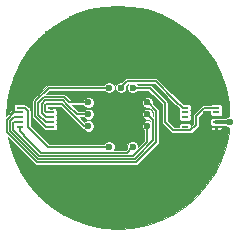
<source format=gbr>
G04 #@! TF.GenerationSoftware,KiCad,Pcbnew,5.0.2-bee76a0~70~ubuntu18.04.1*
G04 #@! TF.CreationDate,2019-07-03T17:50:11+02:00*
G04 #@! TF.ProjectId,upper_Sensor,75707065-725f-4536-956e-736f722e6b69,rev?*
G04 #@! TF.SameCoordinates,Original*
G04 #@! TF.FileFunction,Copper,L1,Top*
G04 #@! TF.FilePolarity,Positive*
%FSLAX46Y46*%
G04 Gerber Fmt 4.6, Leading zero omitted, Abs format (unit mm)*
G04 Created by KiCad (PCBNEW 5.0.2-bee76a0~70~ubuntu18.04.1) date Mi 03 Jul 2019 17:50:11 CEST*
%MOMM*%
%LPD*%
G01*
G04 APERTURE LIST*
G04 #@! TA.AperFunction,SMDPad,CuDef*
%ADD10R,0.630000X0.230000*%
G04 #@! TD*
G04 #@! TA.AperFunction,ViaPad*
%ADD11C,0.600000*%
G04 #@! TD*
G04 #@! TA.AperFunction,Conductor*
%ADD12C,0.130000*%
G04 #@! TD*
G04 #@! TA.AperFunction,Conductor*
%ADD13C,0.300000*%
G04 #@! TD*
G04 #@! TA.AperFunction,Conductor*
%ADD14C,0.100000*%
G04 #@! TD*
G04 APERTURE END LIST*
D10*
G04 #@! TO.P,J12,10*
G04 #@! TO.N,GNDD*
X104325000Y-79200000D03*
G04 #@! TO.P,J12,9*
G04 #@! TO.N,N/C*
X101675000Y-79200000D03*
G04 #@! TO.P,J12,8*
G04 #@! TO.N,REFFET1_D2*
X104325000Y-79600000D03*
G04 #@! TO.P,J12,7*
G04 #@! TO.N,ISFET1_D4*
X101675000Y-79600000D03*
G04 #@! TO.P,J12,6*
G04 #@! TO.N,REFFET1_D3*
X104325000Y-80000000D03*
G04 #@! TO.P,J12,5*
G04 #@! TO.N,ISFET1_D3*
X101675000Y-80000000D03*
G04 #@! TO.P,J12,4*
G04 #@! TO.N,REFFET1_D4*
X104325000Y-80400000D03*
G04 #@! TO.P,J12,3*
G04 #@! TO.N,ISFET1_D2*
X101675000Y-80400000D03*
G04 #@! TO.P,J12,2*
G04 #@! TO.N,N/C*
X104325000Y-80800000D03*
G04 #@! TO.P,J12,1*
G04 #@! TO.N,ISFET1_D1*
X101675000Y-80800000D03*
G04 #@! TD*
G04 #@! TO.P,J11,10*
G04 #@! TO.N,O2_ELEC1*
X118325000Y-79200000D03*
G04 #@! TO.P,J11,9*
G04 #@! TO.N,ELEC1*
X115675000Y-79200000D03*
G04 #@! TO.P,J11,8*
G04 #@! TO.N,Net-(J11-Pad8)*
X118325000Y-79600000D03*
G04 #@! TO.P,J11,7*
G04 #@! TO.N,Net-(J11-Pad7)*
X115675000Y-79600000D03*
G04 #@! TO.P,J11,6*
G04 #@! TO.N,GNDD*
X118325000Y-80000000D03*
G04 #@! TO.P,J11,5*
G04 #@! TO.N,Net-(J11-Pad5)*
X115675000Y-80000000D03*
G04 #@! TO.P,J11,4*
G04 #@! TO.N,RF_ANT*
X118325000Y-80400000D03*
G04 #@! TO.P,J11,3*
G04 #@! TO.N,GNDD*
X115675000Y-80400000D03*
G04 #@! TO.P,J11,2*
X118325000Y-80800000D03*
G04 #@! TO.P,J11,1*
G04 #@! TO.N,Net-(J11-Pad1)*
X115675000Y-80800000D03*
G04 #@! TD*
D11*
G04 #@! TO.N,*
X109250000Y-77500000D03*
X109250000Y-82500000D03*
G04 #@! TO.N,GNDD*
X110797475Y-89115181D03*
X111588881Y-89010990D03*
X112368194Y-88838220D03*
X113129484Y-88598186D03*
X115248224Y-87495240D03*
X115881506Y-87009305D03*
X116470026Y-86470025D03*
X114575000Y-87924131D03*
X113866957Y-88292715D03*
X117924130Y-84574999D03*
X118292714Y-83866956D03*
X118598185Y-83129483D03*
X117495239Y-85248223D03*
X117009305Y-85881505D03*
X118598183Y-76870516D03*
X118292712Y-76133044D03*
X117924128Y-75425001D03*
X118838217Y-77631806D03*
X119010987Y-78411119D03*
X117495237Y-74751777D03*
X115881504Y-72990696D03*
X115248222Y-72504762D03*
X116470024Y-73529975D03*
X117009303Y-74118495D03*
X114574998Y-72075871D03*
X112368193Y-71161782D03*
X111588880Y-70989012D03*
X113129483Y-71401816D03*
X113866955Y-71707287D03*
X110797474Y-70884822D03*
X108411119Y-70989014D03*
X107631806Y-71161784D03*
X109202524Y-70884823D03*
X109999999Y-70850004D03*
X106870516Y-71401818D03*
X104751778Y-72504764D03*
X104118496Y-72990698D03*
X105425002Y-72075873D03*
X106133044Y-71707289D03*
X102504763Y-74751779D03*
X103529976Y-73529977D03*
X102075872Y-75425003D03*
X102990697Y-74118497D03*
X101707288Y-76133046D03*
X102075875Y-84574997D03*
X101401820Y-83129483D03*
X102504766Y-85248221D03*
X101707291Y-83866955D03*
X102990700Y-85881503D03*
X104751781Y-87495236D03*
X103529979Y-86470023D03*
X105425005Y-87924127D03*
X104118499Y-87009302D03*
X106133047Y-88292710D03*
X106870519Y-88598181D03*
X107631808Y-88838215D03*
X108411121Y-89010984D03*
X109202526Y-89115174D03*
X118838219Y-82368193D03*
X119010989Y-81588880D03*
X119115178Y-79202524D03*
X101401817Y-76870518D03*
X101161783Y-77631808D03*
X100989014Y-78411121D03*
X100884824Y-79202526D03*
X110000000Y-89150000D03*
X118300000Y-81400000D03*
X117500000Y-80400000D03*
X117500000Y-80400000D03*
X117500000Y-80400000D03*
X117500000Y-81100000D03*
X118200000Y-78600000D03*
X116500000Y-79100000D03*
X114800000Y-80500000D03*
X105100000Y-79600000D03*
X106300000Y-80700000D03*
X117500025Y-79700025D03*
G04 #@! TO.N,REFFET1_D2*
X107500000Y-80750000D03*
G04 #@! TO.N,REFFET1_D3*
X107500000Y-79750000D03*
G04 #@! TO.N,REFFET1_D4*
X107500000Y-78750000D03*
G04 #@! TO.N,ISFET1_D4*
X112500000Y-78750000D03*
G04 #@! TO.N,ISFET1_D3*
X112500000Y-79750000D03*
G04 #@! TO.N,ISFET1_D2*
X112500000Y-80750000D03*
G04 #@! TO.N,ISFET1_D1*
X111250000Y-82500000D03*
G04 #@! TO.N,ELEC1*
X110250000Y-77500000D03*
G04 #@! TO.N,RF_ANT*
X119491760Y-80403700D03*
G04 #@! TO.N,O2_ELEC1*
X111250000Y-77500000D03*
G04 #@! TD*
D12*
G04 #@! TO.N,*
X104046980Y-82490000D02*
X109320000Y-82490000D01*
X102369620Y-80812640D02*
X104046980Y-82490000D01*
X102369620Y-79449620D02*
X102369620Y-80812640D01*
X101675000Y-79200000D02*
X102120000Y-79200000D01*
X102120000Y-79200000D02*
X102369620Y-79449620D01*
X104153180Y-77500000D02*
X109260000Y-77500000D01*
X102999540Y-78653640D02*
X104153180Y-77500000D01*
X104325000Y-80800000D02*
X103880000Y-80800000D01*
X102999540Y-79919540D02*
X102999540Y-78653640D01*
X103880000Y-80800000D02*
X102999540Y-79919540D01*
G04 #@! TO.N,REFFET1_D2*
X107520000Y-80760000D02*
X107530000Y-80770000D01*
X103943998Y-79600000D02*
X103814999Y-79471001D01*
X103814999Y-79471001D02*
X103814999Y-78973561D01*
X104325000Y-79600000D02*
X103943998Y-79600000D01*
X107173460Y-80760000D02*
X107520000Y-80760000D01*
X103814999Y-78973561D02*
X103934260Y-78854300D01*
X105267760Y-78854300D02*
X107173460Y-80760000D01*
X103934260Y-78854300D02*
X105267760Y-78854300D01*
G04 #@! TO.N,REFFET1_D3*
X103880000Y-80000000D02*
X103548180Y-79668180D01*
X104325000Y-80000000D02*
X103880000Y-80000000D01*
X103548180Y-78872671D02*
X103833251Y-78587600D01*
X103548180Y-79668180D02*
X103548180Y-78872671D01*
X105368769Y-78587600D02*
X105724369Y-78943200D01*
X103833251Y-78587600D02*
X105368769Y-78587600D01*
X105724369Y-78943200D02*
X105724369Y-78943201D01*
X105724369Y-78943201D02*
X106531168Y-79750000D01*
X106531168Y-79750000D02*
X107590000Y-79750000D01*
G04 #@! TO.N,REFFET1_D4*
X105898876Y-78750000D02*
X107490000Y-78750000D01*
X103880000Y-80400000D02*
X103273860Y-79793860D01*
X104325000Y-80400000D02*
X103880000Y-80400000D01*
X103273860Y-79793860D02*
X103273860Y-78762860D01*
X103273860Y-78762860D02*
X103715820Y-78320900D01*
X103715820Y-78320900D02*
X105469776Y-78320900D01*
X107490000Y-78750000D02*
X107520000Y-78720000D01*
X105469776Y-78320900D02*
X105898876Y-78750000D01*
G04 #@! TO.N,ISFET1_D4*
X100623710Y-80206290D02*
X100623710Y-81265779D01*
X100623710Y-81265779D02*
X103147951Y-83790020D01*
X103147951Y-83790020D02*
X111535401Y-83790020D01*
X111687711Y-83637709D02*
X113255012Y-82070407D01*
X101230000Y-79600000D02*
X100623710Y-80206290D01*
X113255011Y-79465011D02*
X112520000Y-78730000D01*
X113255012Y-82070407D02*
X113255011Y-79465011D01*
X101675000Y-79600000D02*
X101230000Y-79600000D01*
X111535401Y-83790020D02*
X111687711Y-83637709D01*
G04 #@! TO.N,ISFET1_D3*
X100883721Y-81157431D02*
X103256301Y-83530011D01*
X101675000Y-80000000D02*
X101230000Y-80000000D01*
X112995001Y-81962707D02*
X112995001Y-80205001D01*
X101230000Y-80000000D02*
X100883721Y-80346279D01*
X111580011Y-83377699D02*
X112995001Y-81962707D01*
X111427700Y-83530011D02*
X111580011Y-83377699D01*
X112995001Y-80205001D02*
X112500000Y-79710000D01*
X103256301Y-83530011D02*
X111427700Y-83530011D01*
X100883721Y-80346279D02*
X100883721Y-81157431D01*
G04 #@! TO.N,ISFET1_D2*
X112490000Y-82100000D02*
X112490000Y-80790000D01*
X101230000Y-80400000D02*
X101150420Y-80479580D01*
X101150420Y-81056422D02*
X103363998Y-83270000D01*
X101675000Y-80400000D02*
X101230000Y-80400000D01*
X101150420Y-80479580D02*
X101150420Y-81056422D01*
X103363998Y-83270000D02*
X111320000Y-83270000D01*
X111320000Y-83270000D02*
X112490000Y-82100000D01*
G04 #@! TO.N,ISFET1_D1*
X101675000Y-80800000D02*
X101675000Y-81187360D01*
X101675000Y-81187360D02*
X102034340Y-81546700D01*
X102034340Y-81546700D02*
X102034340Y-81572634D01*
X103456707Y-82995001D02*
X110754999Y-82995001D01*
X102034340Y-81572634D02*
X103456707Y-82995001D01*
X110754999Y-82995001D02*
X111240000Y-82510000D01*
G04 #@! TO.N,ELEC1*
X115675000Y-79200000D02*
X115475000Y-79200000D01*
X115475000Y-79200000D02*
X114867680Y-78592680D01*
X113245000Y-76970000D02*
X110740000Y-76970000D01*
X114867680Y-78592680D02*
X113245000Y-76970000D01*
X110740000Y-76970000D02*
X110230000Y-77480000D01*
D13*
G04 #@! TO.N,RF_ANT*
X118325000Y-80400000D02*
X119488060Y-80400000D01*
X119488060Y-80400000D02*
X119491760Y-80403700D01*
D12*
G04 #@! TO.N,O2_ELEC1*
X112690000Y-77500000D02*
X111280000Y-77500000D01*
X113960000Y-78770000D02*
X112690000Y-77500000D01*
X113960000Y-80392602D02*
X113960000Y-78770000D01*
X117300000Y-79200000D02*
X116600000Y-79900000D01*
X118325000Y-79200000D02*
X117300000Y-79200000D01*
X116600000Y-79900000D02*
X116600000Y-80656002D01*
X116600000Y-80656002D02*
X116146001Y-81110001D01*
X116146001Y-81110001D02*
X114677399Y-81110001D01*
X114677399Y-81110001D02*
X113960000Y-80392602D01*
G04 #@! TD*
D14*
G04 #@! TO.N,GNDD*
G36*
X111233460Y-70630953D02*
X112445808Y-70872104D01*
X113616320Y-71269438D01*
X114724952Y-71816156D01*
X115752728Y-72502893D01*
X116682083Y-73317917D01*
X117497107Y-74247272D01*
X118183844Y-75275048D01*
X118730562Y-76383680D01*
X119127896Y-77554192D01*
X119369047Y-78766540D01*
X119444892Y-79923700D01*
X119396282Y-79923700D01*
X119219862Y-79996775D01*
X119146637Y-80070000D01*
X118765000Y-80070000D01*
X118752500Y-80057500D01*
X118425000Y-80057500D01*
X118425000Y-80070000D01*
X118292498Y-80070000D01*
X118225000Y-80083426D01*
X118225000Y-80057500D01*
X117897500Y-80057500D01*
X117860000Y-80095000D01*
X117860000Y-80144837D01*
X117870398Y-80169940D01*
X117840444Y-80214768D01*
X117826474Y-80285000D01*
X117826474Y-80515000D01*
X117840444Y-80585232D01*
X117870398Y-80630060D01*
X117860000Y-80655163D01*
X117860000Y-80705000D01*
X117897500Y-80742500D01*
X118225000Y-80742500D01*
X118225000Y-80716574D01*
X118292498Y-80730000D01*
X118425000Y-80730000D01*
X118425000Y-80742500D01*
X118752500Y-80742500D01*
X118765000Y-80730000D01*
X119139237Y-80730000D01*
X119219862Y-80810625D01*
X119392086Y-80881962D01*
X119369047Y-81233460D01*
X119127896Y-82445808D01*
X118730562Y-83616320D01*
X118183844Y-84724952D01*
X117497107Y-85752728D01*
X116682083Y-86682083D01*
X115752728Y-87497107D01*
X114724952Y-88183844D01*
X113616320Y-88730562D01*
X112445808Y-89127896D01*
X111233460Y-89369047D01*
X110000000Y-89449893D01*
X108766540Y-89369047D01*
X107554192Y-89127896D01*
X106383680Y-88730562D01*
X105275048Y-88183844D01*
X104247272Y-87497107D01*
X103317917Y-86682083D01*
X102502893Y-85752728D01*
X101816156Y-84724952D01*
X101269438Y-83616320D01*
X100872104Y-82445808D01*
X100726809Y-81715359D01*
X102957648Y-83946199D01*
X102971316Y-83966655D01*
X103051859Y-84020471D01*
X103052357Y-84020804D01*
X103147951Y-84039819D01*
X103172077Y-84035020D01*
X111511275Y-84035020D01*
X111535401Y-84039819D01*
X111559526Y-84035020D01*
X111559527Y-84035020D01*
X111630995Y-84020804D01*
X111712036Y-83966655D01*
X111725705Y-83946198D01*
X111878012Y-83793889D01*
X113411194Y-82260707D01*
X113431647Y-82247041D01*
X113466023Y-82195593D01*
X113485796Y-82166001D01*
X113504811Y-82070407D01*
X113500012Y-82046281D01*
X113500010Y-79489142D01*
X113504810Y-79465011D01*
X113485795Y-79369417D01*
X113445312Y-79308829D01*
X113445309Y-79308826D01*
X113431645Y-79288376D01*
X113411195Y-79274712D01*
X112980000Y-78843518D01*
X112980000Y-78654522D01*
X112906925Y-78478102D01*
X112771898Y-78343075D01*
X112595478Y-78270000D01*
X112404522Y-78270000D01*
X112228102Y-78343075D01*
X112093075Y-78478102D01*
X112020000Y-78654522D01*
X112020000Y-78845478D01*
X112093075Y-79021898D01*
X112228102Y-79156925D01*
X112404522Y-79230000D01*
X112595478Y-79230000D01*
X112650661Y-79207143D01*
X113010011Y-79566494D01*
X113010011Y-79873530D01*
X112980000Y-79843518D01*
X112980000Y-79654522D01*
X112906925Y-79478102D01*
X112771898Y-79343075D01*
X112595478Y-79270000D01*
X112404522Y-79270000D01*
X112228102Y-79343075D01*
X112093075Y-79478102D01*
X112020000Y-79654522D01*
X112020000Y-79845478D01*
X112093075Y-80021898D01*
X112228102Y-80156925D01*
X112404522Y-80230000D01*
X112595478Y-80230000D01*
X112650661Y-80207143D01*
X112750002Y-80306484D01*
X112750002Y-80334005D01*
X112595478Y-80270000D01*
X112404522Y-80270000D01*
X112228102Y-80343075D01*
X112093075Y-80478102D01*
X112020000Y-80654522D01*
X112020000Y-80845478D01*
X112093075Y-81021898D01*
X112228102Y-81156925D01*
X112245001Y-81163925D01*
X112245000Y-81998518D01*
X111730000Y-82513519D01*
X111730000Y-82404522D01*
X111656925Y-82228102D01*
X111521898Y-82093075D01*
X111345478Y-82020000D01*
X111154522Y-82020000D01*
X110978102Y-82093075D01*
X110843075Y-82228102D01*
X110770000Y-82404522D01*
X110770000Y-82595478D01*
X110781142Y-82622377D01*
X110653518Y-82750001D01*
X109665995Y-82750001D01*
X109730000Y-82595478D01*
X109730000Y-82404522D01*
X109656925Y-82228102D01*
X109521898Y-82093075D01*
X109345478Y-82020000D01*
X109154522Y-82020000D01*
X108978102Y-82093075D01*
X108843075Y-82228102D01*
X108836076Y-82245000D01*
X104148462Y-82245000D01*
X102614620Y-80711159D01*
X102614620Y-79473746D01*
X102619419Y-79449620D01*
X102600404Y-79354026D01*
X102593087Y-79343075D01*
X102546255Y-79272985D01*
X102525799Y-79259317D01*
X102310305Y-79043824D01*
X102296635Y-79023365D01*
X102215594Y-78969216D01*
X102144126Y-78955000D01*
X102120000Y-78950201D01*
X102114027Y-78951389D01*
X102060232Y-78915444D01*
X101990000Y-78901474D01*
X101360000Y-78901474D01*
X101289768Y-78915444D01*
X101230228Y-78955228D01*
X101190444Y-79014768D01*
X101176474Y-79085000D01*
X101176474Y-79315000D01*
X101185247Y-79359103D01*
X101134406Y-79369216D01*
X101053365Y-79423365D01*
X101039699Y-79443818D01*
X100554778Y-79928741D01*
X100630953Y-78766540D01*
X100653410Y-78653640D01*
X102749741Y-78653640D01*
X102754541Y-78677771D01*
X102754540Y-79895414D01*
X102749741Y-79919540D01*
X102754540Y-79943665D01*
X102768756Y-80015133D01*
X102822905Y-80096175D01*
X102843364Y-80109845D01*
X103689697Y-80956179D01*
X103703365Y-80976635D01*
X103784406Y-81030784D01*
X103855874Y-81045000D01*
X103879999Y-81049799D01*
X103885973Y-81048611D01*
X103939768Y-81084556D01*
X104010000Y-81098526D01*
X104640000Y-81098526D01*
X104710232Y-81084556D01*
X104769772Y-81044772D01*
X104809556Y-80985232D01*
X104823526Y-80915000D01*
X104823526Y-80685000D01*
X104809556Y-80614768D01*
X104799688Y-80600000D01*
X104809556Y-80585232D01*
X104823526Y-80515000D01*
X104823526Y-80285000D01*
X104809556Y-80214768D01*
X104799688Y-80200000D01*
X104809556Y-80185232D01*
X104823526Y-80115000D01*
X104823526Y-79885000D01*
X104809556Y-79814768D01*
X104799688Y-79800000D01*
X104809556Y-79785232D01*
X104823526Y-79715000D01*
X104823526Y-79485000D01*
X104809556Y-79414768D01*
X104779602Y-79369940D01*
X104790000Y-79344837D01*
X104790000Y-79295000D01*
X104752500Y-79257500D01*
X104425000Y-79257500D01*
X104425000Y-79301474D01*
X104225000Y-79301474D01*
X104225000Y-79257500D01*
X104205000Y-79257500D01*
X104205000Y-79142500D01*
X104225000Y-79142500D01*
X104225000Y-79099300D01*
X104425000Y-79099300D01*
X104425000Y-79142500D01*
X104752500Y-79142500D01*
X104790000Y-79105000D01*
X104790000Y-79099300D01*
X105166279Y-79099300D01*
X106983157Y-80916179D01*
X106996825Y-80936635D01*
X107069557Y-80985232D01*
X107077866Y-80990784D01*
X107080396Y-80991287D01*
X107093075Y-81021898D01*
X107228102Y-81156925D01*
X107404522Y-81230000D01*
X107595478Y-81230000D01*
X107771898Y-81156925D01*
X107906925Y-81021898D01*
X107980000Y-80845478D01*
X107980000Y-80654522D01*
X107906925Y-80478102D01*
X107771898Y-80343075D01*
X107595478Y-80270000D01*
X107404522Y-80270000D01*
X107228102Y-80343075D01*
X107165559Y-80405618D01*
X106754942Y-79995000D01*
X107081934Y-79995000D01*
X107093075Y-80021898D01*
X107228102Y-80156925D01*
X107404522Y-80230000D01*
X107595478Y-80230000D01*
X107771898Y-80156925D01*
X107906925Y-80021898D01*
X107980000Y-79845478D01*
X107980000Y-79654522D01*
X107906925Y-79478102D01*
X107771898Y-79343075D01*
X107595478Y-79270000D01*
X107404522Y-79270000D01*
X107228102Y-79343075D01*
X107093075Y-79478102D01*
X107081934Y-79505000D01*
X106632650Y-79505000D01*
X106122649Y-78995000D01*
X107081934Y-78995000D01*
X107093075Y-79021898D01*
X107228102Y-79156925D01*
X107404522Y-79230000D01*
X107595478Y-79230000D01*
X107771898Y-79156925D01*
X107906925Y-79021898D01*
X107980000Y-78845478D01*
X107980000Y-78654522D01*
X107906925Y-78478102D01*
X107771898Y-78343075D01*
X107595478Y-78270000D01*
X107404522Y-78270000D01*
X107228102Y-78343075D01*
X107093075Y-78478102D01*
X107081934Y-78505000D01*
X106000358Y-78505000D01*
X105660081Y-78164724D01*
X105646411Y-78144265D01*
X105565370Y-78090116D01*
X105493902Y-78075900D01*
X105469776Y-78071101D01*
X105445650Y-78075900D01*
X103923762Y-78075900D01*
X104254662Y-77745000D01*
X108831934Y-77745000D01*
X108843075Y-77771898D01*
X108978102Y-77906925D01*
X109154522Y-77980000D01*
X109345478Y-77980000D01*
X109521898Y-77906925D01*
X109656925Y-77771898D01*
X109730000Y-77595478D01*
X109730000Y-77404522D01*
X109770000Y-77404522D01*
X109770000Y-77595478D01*
X109843075Y-77771898D01*
X109978102Y-77906925D01*
X110154522Y-77980000D01*
X110345478Y-77980000D01*
X110521898Y-77906925D01*
X110656925Y-77771898D01*
X110730000Y-77595478D01*
X110730000Y-77404522D01*
X110707143Y-77349339D01*
X110841482Y-77215000D01*
X110856177Y-77215000D01*
X110843075Y-77228102D01*
X110770000Y-77404522D01*
X110770000Y-77595478D01*
X110843075Y-77771898D01*
X110978102Y-77906925D01*
X111154522Y-77980000D01*
X111345478Y-77980000D01*
X111521898Y-77906925D01*
X111656925Y-77771898D01*
X111668066Y-77745000D01*
X112588519Y-77745000D01*
X113715001Y-78871483D01*
X113715000Y-80368476D01*
X113710201Y-80392602D01*
X113722781Y-80455845D01*
X113729216Y-80488195D01*
X113783365Y-80569237D01*
X113803824Y-80582907D01*
X114487096Y-81266180D01*
X114500764Y-81286636D01*
X114581805Y-81340785D01*
X114653273Y-81355001D01*
X114677398Y-81359800D01*
X114701523Y-81355001D01*
X116121875Y-81355001D01*
X116146001Y-81359800D01*
X116170127Y-81355001D01*
X116241595Y-81340785D01*
X116322636Y-81286636D01*
X116336306Y-81266177D01*
X116707483Y-80895000D01*
X117860000Y-80895000D01*
X117860000Y-80944837D01*
X117882836Y-80999968D01*
X117925032Y-81042164D01*
X117980163Y-81065000D01*
X118187500Y-81065000D01*
X118225000Y-81027500D01*
X118225000Y-80857500D01*
X118425000Y-80857500D01*
X118425000Y-81027500D01*
X118462500Y-81065000D01*
X118669837Y-81065000D01*
X118724968Y-81042164D01*
X118767164Y-80999968D01*
X118790000Y-80944837D01*
X118790000Y-80895000D01*
X118752500Y-80857500D01*
X118425000Y-80857500D01*
X118225000Y-80857500D01*
X117897500Y-80857500D01*
X117860000Y-80895000D01*
X116707483Y-80895000D01*
X116756181Y-80846303D01*
X116776635Y-80832637D01*
X116830784Y-80751596D01*
X116845000Y-80680128D01*
X116849799Y-80656002D01*
X116845000Y-80631876D01*
X116845000Y-80001481D01*
X117401482Y-79445000D01*
X117834430Y-79445000D01*
X117826474Y-79485000D01*
X117826474Y-79715000D01*
X117840444Y-79785232D01*
X117870398Y-79830060D01*
X117860000Y-79855163D01*
X117860000Y-79905000D01*
X117897500Y-79942500D01*
X118225000Y-79942500D01*
X118225000Y-79898526D01*
X118425000Y-79898526D01*
X118425000Y-79942500D01*
X118752500Y-79942500D01*
X118790000Y-79905000D01*
X118790000Y-79855163D01*
X118779602Y-79830060D01*
X118809556Y-79785232D01*
X118823526Y-79715000D01*
X118823526Y-79485000D01*
X118809556Y-79414768D01*
X118799688Y-79400000D01*
X118809556Y-79385232D01*
X118823526Y-79315000D01*
X118823526Y-79085000D01*
X118809556Y-79014768D01*
X118769772Y-78955228D01*
X118710232Y-78915444D01*
X118640000Y-78901474D01*
X118010000Y-78901474D01*
X117939768Y-78915444D01*
X117880569Y-78955000D01*
X117324124Y-78955000D01*
X117299999Y-78950201D01*
X117275874Y-78955000D01*
X117204406Y-78969216D01*
X117123365Y-79023365D01*
X117109697Y-79043821D01*
X116443824Y-79709695D01*
X116423365Y-79723365D01*
X116382635Y-79784324D01*
X116369216Y-79804407D01*
X116350201Y-79900000D01*
X116355000Y-79924126D01*
X116355001Y-80554519D01*
X116173526Y-80735994D01*
X116173526Y-80685000D01*
X116159556Y-80614768D01*
X116129602Y-80569940D01*
X116140000Y-80544837D01*
X116140000Y-80495000D01*
X116102500Y-80457500D01*
X115775000Y-80457500D01*
X115775000Y-80501474D01*
X115575000Y-80501474D01*
X115575000Y-80457500D01*
X115247500Y-80457500D01*
X115210000Y-80495000D01*
X115210000Y-80544837D01*
X115220398Y-80569940D01*
X115190444Y-80614768D01*
X115176474Y-80685000D01*
X115176474Y-80865001D01*
X114778881Y-80865001D01*
X114205000Y-80291121D01*
X114205000Y-78794124D01*
X114209799Y-78769999D01*
X114202906Y-78735348D01*
X114190784Y-78674406D01*
X114136635Y-78593365D01*
X114116179Y-78579697D01*
X112880305Y-77343824D01*
X112866635Y-77323365D01*
X112785594Y-77269216D01*
X112714126Y-77255000D01*
X112690000Y-77250201D01*
X112665874Y-77255000D01*
X111668066Y-77255000D01*
X111656925Y-77228102D01*
X111643823Y-77215000D01*
X113143519Y-77215000D01*
X114711498Y-78782980D01*
X114711501Y-78782982D01*
X115176474Y-79247956D01*
X115176474Y-79315000D01*
X115190444Y-79385232D01*
X115200312Y-79400000D01*
X115190444Y-79414768D01*
X115176474Y-79485000D01*
X115176474Y-79715000D01*
X115190444Y-79785232D01*
X115200312Y-79800000D01*
X115190444Y-79814768D01*
X115176474Y-79885000D01*
X115176474Y-80115000D01*
X115190444Y-80185232D01*
X115220398Y-80230060D01*
X115210000Y-80255163D01*
X115210000Y-80305000D01*
X115247500Y-80342500D01*
X115575000Y-80342500D01*
X115575000Y-80298526D01*
X115775000Y-80298526D01*
X115775000Y-80342500D01*
X116102500Y-80342500D01*
X116140000Y-80305000D01*
X116140000Y-80255163D01*
X116129602Y-80230060D01*
X116159556Y-80185232D01*
X116173526Y-80115000D01*
X116173526Y-79885000D01*
X116159556Y-79814768D01*
X116149688Y-79800000D01*
X116159556Y-79785232D01*
X116173526Y-79715000D01*
X116173526Y-79485000D01*
X116159556Y-79414768D01*
X116149688Y-79400000D01*
X116159556Y-79385232D01*
X116173526Y-79315000D01*
X116173526Y-79085000D01*
X116159556Y-79014768D01*
X116119772Y-78955228D01*
X116060232Y-78915444D01*
X115990000Y-78901474D01*
X115522956Y-78901474D01*
X115057982Y-78436501D01*
X115057980Y-78436498D01*
X113435305Y-76813824D01*
X113421635Y-76793365D01*
X113340594Y-76739216D01*
X113269126Y-76725000D01*
X113245000Y-76720201D01*
X113220874Y-76725000D01*
X110764126Y-76725000D01*
X110740000Y-76720201D01*
X110715874Y-76725000D01*
X110644406Y-76739216D01*
X110563365Y-76793365D01*
X110549697Y-76813821D01*
X110343518Y-77020000D01*
X110154522Y-77020000D01*
X109978102Y-77093075D01*
X109843075Y-77228102D01*
X109770000Y-77404522D01*
X109730000Y-77404522D01*
X109656925Y-77228102D01*
X109521898Y-77093075D01*
X109345478Y-77020000D01*
X109154522Y-77020000D01*
X108978102Y-77093075D01*
X108843075Y-77228102D01*
X108831934Y-77255000D01*
X104177304Y-77255000D01*
X104153179Y-77250201D01*
X104129054Y-77255000D01*
X104057586Y-77269216D01*
X103976545Y-77323365D01*
X103962877Y-77343821D01*
X102843362Y-78463337D01*
X102822906Y-78477005D01*
X102798815Y-78513061D01*
X102768756Y-78558047D01*
X102749741Y-78653640D01*
X100653410Y-78653640D01*
X100872104Y-77554192D01*
X101269438Y-76383680D01*
X101816156Y-75275048D01*
X102502893Y-74247272D01*
X103317917Y-73317917D01*
X104247272Y-72502893D01*
X105275048Y-71816156D01*
X106383680Y-71269438D01*
X107554192Y-70872104D01*
X108766540Y-70630953D01*
X110000000Y-70550107D01*
X111233460Y-70630953D01*
X111233460Y-70630953D01*
G37*
X111233460Y-70630953D02*
X112445808Y-70872104D01*
X113616320Y-71269438D01*
X114724952Y-71816156D01*
X115752728Y-72502893D01*
X116682083Y-73317917D01*
X117497107Y-74247272D01*
X118183844Y-75275048D01*
X118730562Y-76383680D01*
X119127896Y-77554192D01*
X119369047Y-78766540D01*
X119444892Y-79923700D01*
X119396282Y-79923700D01*
X119219862Y-79996775D01*
X119146637Y-80070000D01*
X118765000Y-80070000D01*
X118752500Y-80057500D01*
X118425000Y-80057500D01*
X118425000Y-80070000D01*
X118292498Y-80070000D01*
X118225000Y-80083426D01*
X118225000Y-80057500D01*
X117897500Y-80057500D01*
X117860000Y-80095000D01*
X117860000Y-80144837D01*
X117870398Y-80169940D01*
X117840444Y-80214768D01*
X117826474Y-80285000D01*
X117826474Y-80515000D01*
X117840444Y-80585232D01*
X117870398Y-80630060D01*
X117860000Y-80655163D01*
X117860000Y-80705000D01*
X117897500Y-80742500D01*
X118225000Y-80742500D01*
X118225000Y-80716574D01*
X118292498Y-80730000D01*
X118425000Y-80730000D01*
X118425000Y-80742500D01*
X118752500Y-80742500D01*
X118765000Y-80730000D01*
X119139237Y-80730000D01*
X119219862Y-80810625D01*
X119392086Y-80881962D01*
X119369047Y-81233460D01*
X119127896Y-82445808D01*
X118730562Y-83616320D01*
X118183844Y-84724952D01*
X117497107Y-85752728D01*
X116682083Y-86682083D01*
X115752728Y-87497107D01*
X114724952Y-88183844D01*
X113616320Y-88730562D01*
X112445808Y-89127896D01*
X111233460Y-89369047D01*
X110000000Y-89449893D01*
X108766540Y-89369047D01*
X107554192Y-89127896D01*
X106383680Y-88730562D01*
X105275048Y-88183844D01*
X104247272Y-87497107D01*
X103317917Y-86682083D01*
X102502893Y-85752728D01*
X101816156Y-84724952D01*
X101269438Y-83616320D01*
X100872104Y-82445808D01*
X100726809Y-81715359D01*
X102957648Y-83946199D01*
X102971316Y-83966655D01*
X103051859Y-84020471D01*
X103052357Y-84020804D01*
X103147951Y-84039819D01*
X103172077Y-84035020D01*
X111511275Y-84035020D01*
X111535401Y-84039819D01*
X111559526Y-84035020D01*
X111559527Y-84035020D01*
X111630995Y-84020804D01*
X111712036Y-83966655D01*
X111725705Y-83946198D01*
X111878012Y-83793889D01*
X113411194Y-82260707D01*
X113431647Y-82247041D01*
X113466023Y-82195593D01*
X113485796Y-82166001D01*
X113504811Y-82070407D01*
X113500012Y-82046281D01*
X113500010Y-79489142D01*
X113504810Y-79465011D01*
X113485795Y-79369417D01*
X113445312Y-79308829D01*
X113445309Y-79308826D01*
X113431645Y-79288376D01*
X113411195Y-79274712D01*
X112980000Y-78843518D01*
X112980000Y-78654522D01*
X112906925Y-78478102D01*
X112771898Y-78343075D01*
X112595478Y-78270000D01*
X112404522Y-78270000D01*
X112228102Y-78343075D01*
X112093075Y-78478102D01*
X112020000Y-78654522D01*
X112020000Y-78845478D01*
X112093075Y-79021898D01*
X112228102Y-79156925D01*
X112404522Y-79230000D01*
X112595478Y-79230000D01*
X112650661Y-79207143D01*
X113010011Y-79566494D01*
X113010011Y-79873530D01*
X112980000Y-79843518D01*
X112980000Y-79654522D01*
X112906925Y-79478102D01*
X112771898Y-79343075D01*
X112595478Y-79270000D01*
X112404522Y-79270000D01*
X112228102Y-79343075D01*
X112093075Y-79478102D01*
X112020000Y-79654522D01*
X112020000Y-79845478D01*
X112093075Y-80021898D01*
X112228102Y-80156925D01*
X112404522Y-80230000D01*
X112595478Y-80230000D01*
X112650661Y-80207143D01*
X112750002Y-80306484D01*
X112750002Y-80334005D01*
X112595478Y-80270000D01*
X112404522Y-80270000D01*
X112228102Y-80343075D01*
X112093075Y-80478102D01*
X112020000Y-80654522D01*
X112020000Y-80845478D01*
X112093075Y-81021898D01*
X112228102Y-81156925D01*
X112245001Y-81163925D01*
X112245000Y-81998518D01*
X111730000Y-82513519D01*
X111730000Y-82404522D01*
X111656925Y-82228102D01*
X111521898Y-82093075D01*
X111345478Y-82020000D01*
X111154522Y-82020000D01*
X110978102Y-82093075D01*
X110843075Y-82228102D01*
X110770000Y-82404522D01*
X110770000Y-82595478D01*
X110781142Y-82622377D01*
X110653518Y-82750001D01*
X109665995Y-82750001D01*
X109730000Y-82595478D01*
X109730000Y-82404522D01*
X109656925Y-82228102D01*
X109521898Y-82093075D01*
X109345478Y-82020000D01*
X109154522Y-82020000D01*
X108978102Y-82093075D01*
X108843075Y-82228102D01*
X108836076Y-82245000D01*
X104148462Y-82245000D01*
X102614620Y-80711159D01*
X102614620Y-79473746D01*
X102619419Y-79449620D01*
X102600404Y-79354026D01*
X102593087Y-79343075D01*
X102546255Y-79272985D01*
X102525799Y-79259317D01*
X102310305Y-79043824D01*
X102296635Y-79023365D01*
X102215594Y-78969216D01*
X102144126Y-78955000D01*
X102120000Y-78950201D01*
X102114027Y-78951389D01*
X102060232Y-78915444D01*
X101990000Y-78901474D01*
X101360000Y-78901474D01*
X101289768Y-78915444D01*
X101230228Y-78955228D01*
X101190444Y-79014768D01*
X101176474Y-79085000D01*
X101176474Y-79315000D01*
X101185247Y-79359103D01*
X101134406Y-79369216D01*
X101053365Y-79423365D01*
X101039699Y-79443818D01*
X100554778Y-79928741D01*
X100630953Y-78766540D01*
X100653410Y-78653640D01*
X102749741Y-78653640D01*
X102754541Y-78677771D01*
X102754540Y-79895414D01*
X102749741Y-79919540D01*
X102754540Y-79943665D01*
X102768756Y-80015133D01*
X102822905Y-80096175D01*
X102843364Y-80109845D01*
X103689697Y-80956179D01*
X103703365Y-80976635D01*
X103784406Y-81030784D01*
X103855874Y-81045000D01*
X103879999Y-81049799D01*
X103885973Y-81048611D01*
X103939768Y-81084556D01*
X104010000Y-81098526D01*
X104640000Y-81098526D01*
X104710232Y-81084556D01*
X104769772Y-81044772D01*
X104809556Y-80985232D01*
X104823526Y-80915000D01*
X104823526Y-80685000D01*
X104809556Y-80614768D01*
X104799688Y-80600000D01*
X104809556Y-80585232D01*
X104823526Y-80515000D01*
X104823526Y-80285000D01*
X104809556Y-80214768D01*
X104799688Y-80200000D01*
X104809556Y-80185232D01*
X104823526Y-80115000D01*
X104823526Y-79885000D01*
X104809556Y-79814768D01*
X104799688Y-79800000D01*
X104809556Y-79785232D01*
X104823526Y-79715000D01*
X104823526Y-79485000D01*
X104809556Y-79414768D01*
X104779602Y-79369940D01*
X104790000Y-79344837D01*
X104790000Y-79295000D01*
X104752500Y-79257500D01*
X104425000Y-79257500D01*
X104425000Y-79301474D01*
X104225000Y-79301474D01*
X104225000Y-79257500D01*
X104205000Y-79257500D01*
X104205000Y-79142500D01*
X104225000Y-79142500D01*
X104225000Y-79099300D01*
X104425000Y-79099300D01*
X104425000Y-79142500D01*
X104752500Y-79142500D01*
X104790000Y-79105000D01*
X104790000Y-79099300D01*
X105166279Y-79099300D01*
X106983157Y-80916179D01*
X106996825Y-80936635D01*
X107069557Y-80985232D01*
X107077866Y-80990784D01*
X107080396Y-80991287D01*
X107093075Y-81021898D01*
X107228102Y-81156925D01*
X107404522Y-81230000D01*
X107595478Y-81230000D01*
X107771898Y-81156925D01*
X107906925Y-81021898D01*
X107980000Y-80845478D01*
X107980000Y-80654522D01*
X107906925Y-80478102D01*
X107771898Y-80343075D01*
X107595478Y-80270000D01*
X107404522Y-80270000D01*
X107228102Y-80343075D01*
X107165559Y-80405618D01*
X106754942Y-79995000D01*
X107081934Y-79995000D01*
X107093075Y-80021898D01*
X107228102Y-80156925D01*
X107404522Y-80230000D01*
X107595478Y-80230000D01*
X107771898Y-80156925D01*
X107906925Y-80021898D01*
X107980000Y-79845478D01*
X107980000Y-79654522D01*
X107906925Y-79478102D01*
X107771898Y-79343075D01*
X107595478Y-79270000D01*
X107404522Y-79270000D01*
X107228102Y-79343075D01*
X107093075Y-79478102D01*
X107081934Y-79505000D01*
X106632650Y-79505000D01*
X106122649Y-78995000D01*
X107081934Y-78995000D01*
X107093075Y-79021898D01*
X107228102Y-79156925D01*
X107404522Y-79230000D01*
X107595478Y-79230000D01*
X107771898Y-79156925D01*
X107906925Y-79021898D01*
X107980000Y-78845478D01*
X107980000Y-78654522D01*
X107906925Y-78478102D01*
X107771898Y-78343075D01*
X107595478Y-78270000D01*
X107404522Y-78270000D01*
X107228102Y-78343075D01*
X107093075Y-78478102D01*
X107081934Y-78505000D01*
X106000358Y-78505000D01*
X105660081Y-78164724D01*
X105646411Y-78144265D01*
X105565370Y-78090116D01*
X105493902Y-78075900D01*
X105469776Y-78071101D01*
X105445650Y-78075900D01*
X103923762Y-78075900D01*
X104254662Y-77745000D01*
X108831934Y-77745000D01*
X108843075Y-77771898D01*
X108978102Y-77906925D01*
X109154522Y-77980000D01*
X109345478Y-77980000D01*
X109521898Y-77906925D01*
X109656925Y-77771898D01*
X109730000Y-77595478D01*
X109730000Y-77404522D01*
X109770000Y-77404522D01*
X109770000Y-77595478D01*
X109843075Y-77771898D01*
X109978102Y-77906925D01*
X110154522Y-77980000D01*
X110345478Y-77980000D01*
X110521898Y-77906925D01*
X110656925Y-77771898D01*
X110730000Y-77595478D01*
X110730000Y-77404522D01*
X110707143Y-77349339D01*
X110841482Y-77215000D01*
X110856177Y-77215000D01*
X110843075Y-77228102D01*
X110770000Y-77404522D01*
X110770000Y-77595478D01*
X110843075Y-77771898D01*
X110978102Y-77906925D01*
X111154522Y-77980000D01*
X111345478Y-77980000D01*
X111521898Y-77906925D01*
X111656925Y-77771898D01*
X111668066Y-77745000D01*
X112588519Y-77745000D01*
X113715001Y-78871483D01*
X113715000Y-80368476D01*
X113710201Y-80392602D01*
X113722781Y-80455845D01*
X113729216Y-80488195D01*
X113783365Y-80569237D01*
X113803824Y-80582907D01*
X114487096Y-81266180D01*
X114500764Y-81286636D01*
X114581805Y-81340785D01*
X114653273Y-81355001D01*
X114677398Y-81359800D01*
X114701523Y-81355001D01*
X116121875Y-81355001D01*
X116146001Y-81359800D01*
X116170127Y-81355001D01*
X116241595Y-81340785D01*
X116322636Y-81286636D01*
X116336306Y-81266177D01*
X116707483Y-80895000D01*
X117860000Y-80895000D01*
X117860000Y-80944837D01*
X117882836Y-80999968D01*
X117925032Y-81042164D01*
X117980163Y-81065000D01*
X118187500Y-81065000D01*
X118225000Y-81027500D01*
X118225000Y-80857500D01*
X118425000Y-80857500D01*
X118425000Y-81027500D01*
X118462500Y-81065000D01*
X118669837Y-81065000D01*
X118724968Y-81042164D01*
X118767164Y-80999968D01*
X118790000Y-80944837D01*
X118790000Y-80895000D01*
X118752500Y-80857500D01*
X118425000Y-80857500D01*
X118225000Y-80857500D01*
X117897500Y-80857500D01*
X117860000Y-80895000D01*
X116707483Y-80895000D01*
X116756181Y-80846303D01*
X116776635Y-80832637D01*
X116830784Y-80751596D01*
X116845000Y-80680128D01*
X116849799Y-80656002D01*
X116845000Y-80631876D01*
X116845000Y-80001481D01*
X117401482Y-79445000D01*
X117834430Y-79445000D01*
X117826474Y-79485000D01*
X117826474Y-79715000D01*
X117840444Y-79785232D01*
X117870398Y-79830060D01*
X117860000Y-79855163D01*
X117860000Y-79905000D01*
X117897500Y-79942500D01*
X118225000Y-79942500D01*
X118225000Y-79898526D01*
X118425000Y-79898526D01*
X118425000Y-79942500D01*
X118752500Y-79942500D01*
X118790000Y-79905000D01*
X118790000Y-79855163D01*
X118779602Y-79830060D01*
X118809556Y-79785232D01*
X118823526Y-79715000D01*
X118823526Y-79485000D01*
X118809556Y-79414768D01*
X118799688Y-79400000D01*
X118809556Y-79385232D01*
X118823526Y-79315000D01*
X118823526Y-79085000D01*
X118809556Y-79014768D01*
X118769772Y-78955228D01*
X118710232Y-78915444D01*
X118640000Y-78901474D01*
X118010000Y-78901474D01*
X117939768Y-78915444D01*
X117880569Y-78955000D01*
X117324124Y-78955000D01*
X117299999Y-78950201D01*
X117275874Y-78955000D01*
X117204406Y-78969216D01*
X117123365Y-79023365D01*
X117109697Y-79043821D01*
X116443824Y-79709695D01*
X116423365Y-79723365D01*
X116382635Y-79784324D01*
X116369216Y-79804407D01*
X116350201Y-79900000D01*
X116355000Y-79924126D01*
X116355001Y-80554519D01*
X116173526Y-80735994D01*
X116173526Y-80685000D01*
X116159556Y-80614768D01*
X116129602Y-80569940D01*
X116140000Y-80544837D01*
X116140000Y-80495000D01*
X116102500Y-80457500D01*
X115775000Y-80457500D01*
X115775000Y-80501474D01*
X115575000Y-80501474D01*
X115575000Y-80457500D01*
X115247500Y-80457500D01*
X115210000Y-80495000D01*
X115210000Y-80544837D01*
X115220398Y-80569940D01*
X115190444Y-80614768D01*
X115176474Y-80685000D01*
X115176474Y-80865001D01*
X114778881Y-80865001D01*
X114205000Y-80291121D01*
X114205000Y-78794124D01*
X114209799Y-78769999D01*
X114202906Y-78735348D01*
X114190784Y-78674406D01*
X114136635Y-78593365D01*
X114116179Y-78579697D01*
X112880305Y-77343824D01*
X112866635Y-77323365D01*
X112785594Y-77269216D01*
X112714126Y-77255000D01*
X112690000Y-77250201D01*
X112665874Y-77255000D01*
X111668066Y-77255000D01*
X111656925Y-77228102D01*
X111643823Y-77215000D01*
X113143519Y-77215000D01*
X114711498Y-78782980D01*
X114711501Y-78782982D01*
X115176474Y-79247956D01*
X115176474Y-79315000D01*
X115190444Y-79385232D01*
X115200312Y-79400000D01*
X115190444Y-79414768D01*
X115176474Y-79485000D01*
X115176474Y-79715000D01*
X115190444Y-79785232D01*
X115200312Y-79800000D01*
X115190444Y-79814768D01*
X115176474Y-79885000D01*
X115176474Y-80115000D01*
X115190444Y-80185232D01*
X115220398Y-80230060D01*
X115210000Y-80255163D01*
X115210000Y-80305000D01*
X115247500Y-80342500D01*
X115575000Y-80342500D01*
X115575000Y-80298526D01*
X115775000Y-80298526D01*
X115775000Y-80342500D01*
X116102500Y-80342500D01*
X116140000Y-80305000D01*
X116140000Y-80255163D01*
X116129602Y-80230060D01*
X116159556Y-80185232D01*
X116173526Y-80115000D01*
X116173526Y-79885000D01*
X116159556Y-79814768D01*
X116149688Y-79800000D01*
X116159556Y-79785232D01*
X116173526Y-79715000D01*
X116173526Y-79485000D01*
X116159556Y-79414768D01*
X116149688Y-79400000D01*
X116159556Y-79385232D01*
X116173526Y-79315000D01*
X116173526Y-79085000D01*
X116159556Y-79014768D01*
X116119772Y-78955228D01*
X116060232Y-78915444D01*
X115990000Y-78901474D01*
X115522956Y-78901474D01*
X115057982Y-78436501D01*
X115057980Y-78436498D01*
X113435305Y-76813824D01*
X113421635Y-76793365D01*
X113340594Y-76739216D01*
X113269126Y-76725000D01*
X113245000Y-76720201D01*
X113220874Y-76725000D01*
X110764126Y-76725000D01*
X110740000Y-76720201D01*
X110715874Y-76725000D01*
X110644406Y-76739216D01*
X110563365Y-76793365D01*
X110549697Y-76813821D01*
X110343518Y-77020000D01*
X110154522Y-77020000D01*
X109978102Y-77093075D01*
X109843075Y-77228102D01*
X109770000Y-77404522D01*
X109730000Y-77404522D01*
X109656925Y-77228102D01*
X109521898Y-77093075D01*
X109345478Y-77020000D01*
X109154522Y-77020000D01*
X108978102Y-77093075D01*
X108843075Y-77228102D01*
X108831934Y-77255000D01*
X104177304Y-77255000D01*
X104153179Y-77250201D01*
X104129054Y-77255000D01*
X104057586Y-77269216D01*
X103976545Y-77323365D01*
X103962877Y-77343821D01*
X102843362Y-78463337D01*
X102822906Y-78477005D01*
X102798815Y-78513061D01*
X102768756Y-78558047D01*
X102749741Y-78653640D01*
X100653410Y-78653640D01*
X100872104Y-77554192D01*
X101269438Y-76383680D01*
X101816156Y-75275048D01*
X102502893Y-74247272D01*
X103317917Y-73317917D01*
X104247272Y-72502893D01*
X105275048Y-71816156D01*
X106383680Y-71269438D01*
X107554192Y-70872104D01*
X108766540Y-70630953D01*
X110000000Y-70550107D01*
X111233460Y-70630953D01*
G04 #@! TD*
M02*

</source>
